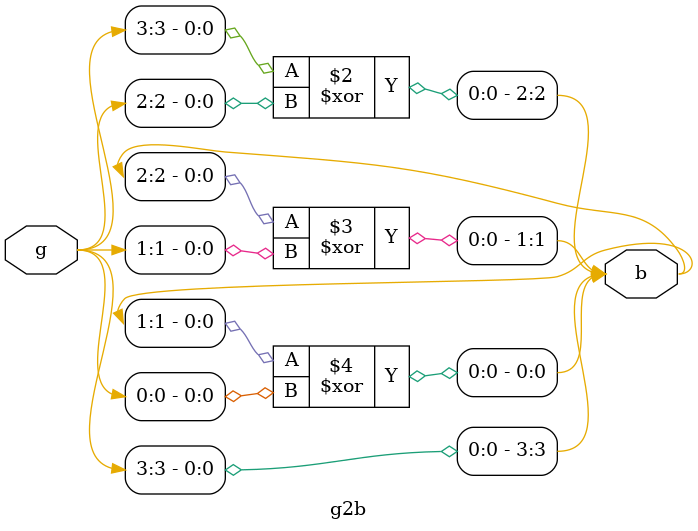
<source format=v>
module g2b(
input [3:0]g,
output reg [3:0]b);
always@(*)begin
 b[3] = g[3];
 b[2] = b[3] ^ g[2];
 b[1] = b[2] ^ g[1];
 b[0] = b[1] ^ g[0];
end
endmodule

</source>
